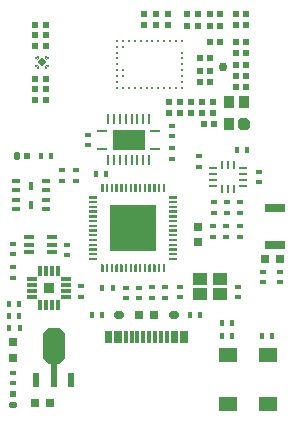
<source format=gtp>
G04*
G04 #@! TF.GenerationSoftware,Altium Limited,Altium Designer,20.1.14 (287)*
G04*
G04 Layer_Color=8421504*
%FSLAX25Y25*%
%MOIN*%
G70*
G04*
G04 #@! TF.SameCoordinates,C6E2488E-A08A-4CE9-B207-DE92606EBE29*
G04*
G04*
G04 #@! TF.FilePolarity,Positive*
G04*
G01*
G75*
%ADD24R,0.02362X0.04724*%
%ADD25R,0.02362X0.08268*%
G04:AMPARAMS|DCode=26|XSize=70.87mil|YSize=118.11mil|CornerRadius=0mil|HoleSize=0mil|Usage=FLASHONLY|Rotation=180.000|XOffset=0mil|YOffset=0mil|HoleType=Round|Shape=Octagon|*
%AMOCTAGOND26*
4,1,8,0.01772,-0.05906,-0.01772,-0.05906,-0.03543,-0.04134,-0.03543,0.04134,-0.01772,0.05906,0.01772,0.05906,0.03543,0.04134,0.03543,-0.04134,0.01772,-0.05906,0.0*
%
%ADD26OCTAGOND26*%

%ADD27R,0.03000X0.03000*%
%ADD28R,0.01575X0.01968*%
%ADD29R,0.02008X0.02362*%
%ADD30C,0.02953*%
%ADD31R,0.03350X0.01100*%
%ADD32R,0.01100X0.03350*%
%ADD33R,0.10630X0.06690*%
%ADD34R,0.01968X0.01575*%
%ADD35R,0.01968X0.02362*%
G04:AMPARAMS|DCode=36|XSize=19.68mil|YSize=23.62mil|CornerRadius=0mil|HoleSize=0mil|Usage=FLASHONLY|Rotation=0.000|XOffset=0mil|YOffset=0mil|HoleType=Round|Shape=Octagon|*
%AMOCTAGOND36*
4,1,8,-0.00492,0.01181,0.00492,0.01181,0.00984,0.00689,0.00984,-0.00689,0.00492,-0.01181,-0.00492,-0.01181,-0.00984,-0.00689,-0.00984,0.00689,-0.00492,0.01181,0.0*
%
%ADD36OCTAGOND36*%

%ADD37R,0.02362X0.01968*%
G04:AMPARAMS|DCode=38|XSize=19.68mil|YSize=23.62mil|CornerRadius=0mil|HoleSize=0mil|Usage=FLASHONLY|Rotation=90.000|XOffset=0mil|YOffset=0mil|HoleType=Round|Shape=Octagon|*
%AMOCTAGOND38*
4,1,8,-0.01181,-0.00492,-0.01181,0.00492,-0.00689,0.00984,0.00689,0.00984,0.01181,0.00492,0.01181,-0.00492,0.00689,-0.00984,-0.00689,-0.00984,-0.01181,-0.00492,0.0*
%
%ADD38OCTAGOND38*%

%ADD39R,0.01181X0.04488*%
%ADD40R,0.06535X0.03150*%
%ADD41R,0.03000X0.02500*%
%ADD42R,0.15748X0.15748*%
%ADD43R,0.00787X0.02618*%
%ADD44R,0.02618X0.00787*%
%ADD45R,0.02362X0.02008*%
G04:AMPARAMS|DCode=46|XSize=41.34mil|YSize=37.4mil|CornerRadius=0mil|HoleSize=0mil|Usage=FLASHONLY|Rotation=270.000|XOffset=0mil|YOffset=0mil|HoleType=Round|Shape=Octagon|*
%AMOCTAGOND46*
4,1,8,-0.00935,-0.02067,0.00935,-0.02067,0.01870,-0.01132,0.01870,0.01132,0.00935,0.02067,-0.00935,0.02067,-0.01870,0.01132,-0.01870,-0.01132,-0.00935,-0.02067,0.0*
%
%ADD46OCTAGOND46*%

%ADD47R,0.03740X0.04134*%
%ADD48R,0.03150X0.01575*%
%ADD49R,0.01378X0.03150*%
%ADD50R,0.02500X0.03000*%
%ADD51R,0.01102X0.02657*%
%ADD52R,0.02657X0.01102*%
%ADD53R,0.03700X0.03700*%
%ADD54R,0.01200X0.03200*%
%ADD55R,0.03200X0.01200*%
%ADD56R,0.00945X0.01024*%
%ADD57R,0.00394X0.00394*%
G04:AMPARAMS|DCode=58|XSize=3.94mil|YSize=9.25mil|CornerRadius=0mil|HoleSize=0mil|Usage=FLASHONLY|Rotation=225.000|XOffset=0mil|YOffset=0mil|HoleType=Round|Shape=Rectangle|*
%AMROTATEDRECTD58*
4,1,4,-0.00188,0.00466,0.00466,-0.00188,0.00188,-0.00466,-0.00466,0.00188,-0.00188,0.00466,0.0*
%
%ADD58ROTATEDRECTD58*%

%ADD59R,0.00433X0.01535*%
%ADD60R,0.01024X0.00945*%
%ADD61P,0.02895X4X270.0*%
G04:AMPARAMS|DCode=62|XSize=9.25mil|YSize=3.94mil|CornerRadius=0mil|HoleSize=0mil|Usage=FLASHONLY|Rotation=225.000|XOffset=0mil|YOffset=0mil|HoleType=Round|Shape=Rectangle|*
%AMROTATEDRECTD62*
4,1,4,0.00188,0.00466,0.00466,0.00188,-0.00188,-0.00466,-0.00466,-0.00188,0.00188,0.00466,0.0*
%
%ADD62ROTATEDRECTD62*%

%ADD63R,0.03000X0.03000*%
G04:AMPARAMS|DCode=64|XSize=31.5mil|YSize=27.56mil|CornerRadius=0mil|HoleSize=0mil|Usage=FLASHONLY|Rotation=0.000|XOffset=0mil|YOffset=0mil|HoleType=Round|Shape=Octagon|*
%AMOCTAGOND64*
4,1,8,0.01575,-0.00689,0.01575,0.00689,0.00886,0.01378,-0.00886,0.01378,-0.01575,0.00689,-0.01575,-0.00689,-0.00886,-0.01378,0.00886,-0.01378,0.01575,-0.00689,0.0*
%
%ADD64OCTAGOND64*%

%ADD65R,0.03150X0.02756*%
%ADD66R,0.04724X0.03937*%
%ADD67R,0.03347X0.01378*%
%ADD68R,0.05906X0.04500*%
%ADD69C,0.01083*%
G36*
X55630Y75607D02*
X54842D01*
Y78225D01*
X55630D01*
Y75607D01*
D02*
G37*
G36*
X54056D02*
X53268D01*
Y78225D01*
X54056D01*
Y75607D01*
D02*
G37*
G36*
X52481D02*
X51693D01*
Y78225D01*
X52481D01*
Y75607D01*
D02*
G37*
G36*
X50906D02*
X50118D01*
Y78225D01*
X50906D01*
Y75607D01*
D02*
G37*
G36*
X49331D02*
X48543D01*
Y78225D01*
X49331D01*
Y75607D01*
D02*
G37*
G36*
X47756D02*
X46968D01*
Y78225D01*
X47756D01*
Y75607D01*
D02*
G37*
G36*
X46182D02*
X45394D01*
Y78225D01*
X46182D01*
Y75607D01*
D02*
G37*
G36*
X44607D02*
X43819D01*
Y78225D01*
X44607D01*
Y75607D01*
D02*
G37*
G36*
X43032D02*
X42244D01*
Y78225D01*
X43032D01*
Y75607D01*
D02*
G37*
G36*
X41457D02*
X40669D01*
Y78225D01*
X41457D01*
Y75607D01*
D02*
G37*
G36*
X39882D02*
X39094D01*
Y78225D01*
X39882D01*
Y75607D01*
D02*
G37*
G36*
X38308D02*
X37520D01*
Y78225D01*
X38308D01*
Y75607D01*
D02*
G37*
G36*
X36733D02*
X35945D01*
Y78225D01*
X36733D01*
Y75607D01*
D02*
G37*
G36*
X35158D02*
X34370D01*
Y78225D01*
X35158D01*
Y75607D01*
D02*
G37*
G36*
X59725Y73342D02*
X57107D01*
Y74130D01*
X59725D01*
Y73342D01*
D02*
G37*
G36*
X32894D02*
X30276D01*
Y74130D01*
X32894D01*
Y73342D01*
D02*
G37*
G36*
Y71768D02*
X30276Y71768D01*
Y72556D01*
X32894D01*
Y71768D01*
D02*
G37*
G36*
X59725Y71768D02*
X57107Y71768D01*
Y72556D01*
X59725D01*
Y71768D01*
D02*
G37*
G36*
Y70193D02*
X57107D01*
Y70981D01*
X59725D01*
Y70193D01*
D02*
G37*
G36*
X32894D02*
X30276D01*
Y70981D01*
X32894Y70981D01*
Y70193D01*
D02*
G37*
G36*
X59725Y68618D02*
X57107Y68618D01*
Y69406D01*
X59725Y69406D01*
Y68618D01*
D02*
G37*
G36*
X32894Y69406D02*
Y68618D01*
X30276Y68618D01*
Y69406D01*
X32894Y69406D01*
D02*
G37*
G36*
X59725Y67043D02*
X57107D01*
Y67831D01*
X59725D01*
Y67043D01*
D02*
G37*
G36*
X32894D02*
X30276D01*
Y67831D01*
X32894D01*
Y67043D01*
D02*
G37*
G36*
X59725Y66256D02*
Y65468D01*
X57107Y65468D01*
Y66256D01*
X59725Y66256D01*
D02*
G37*
G36*
X32894Y65468D02*
X30276Y65468D01*
Y66256D01*
X32894Y66256D01*
Y65468D01*
D02*
G37*
G36*
X59725Y63894D02*
X57107D01*
Y64682D01*
X59725D01*
Y63894D01*
D02*
G37*
G36*
X32894D02*
X30276D01*
Y64682D01*
X32894D01*
Y63894D01*
D02*
G37*
G36*
X59725Y63107D02*
X59725Y62319D01*
X57107D01*
Y63107D01*
X59725Y63107D01*
D02*
G37*
G36*
X32894Y62319D02*
X30276Y62319D01*
X30276Y63107D01*
X32894Y63107D01*
Y62319D01*
D02*
G37*
G36*
X59725Y60744D02*
X57107Y60744D01*
Y61532D01*
X59725D01*
Y60744D01*
D02*
G37*
G36*
X32894Y60744D02*
X30276Y60744D01*
Y61532D01*
X32894D01*
Y60744D01*
D02*
G37*
G36*
X59725Y59957D02*
Y59169D01*
X57107D01*
Y59957D01*
X59725Y59957D01*
D02*
G37*
G36*
X32894Y59169D02*
X30276D01*
Y59957D01*
X32894Y59957D01*
Y59169D01*
D02*
G37*
G36*
X59725Y57594D02*
X57107D01*
Y58382D01*
X59725Y58382D01*
X59725Y57594D01*
D02*
G37*
G36*
X32894Y58382D02*
Y57594D01*
X30276Y57594D01*
X30276Y58382D01*
X32894Y58382D01*
D02*
G37*
G36*
X51299Y57201D02*
X38701D01*
Y69799D01*
X51299D01*
Y57201D01*
D02*
G37*
G36*
X59725Y56020D02*
X57107D01*
Y56808D01*
X59725D01*
X59725Y56020D01*
D02*
G37*
G36*
X32894Y56808D02*
Y56020D01*
X30276Y56020D01*
X30276Y56808D01*
X32894Y56808D01*
D02*
G37*
G36*
X59725Y54445D02*
X57107D01*
Y55233D01*
X59725D01*
X59725Y54445D01*
D02*
G37*
G36*
X32894Y55233D02*
Y54445D01*
X30276D01*
X30276Y55233D01*
X32894Y55233D01*
D02*
G37*
G36*
X59725Y52870D02*
X57107D01*
Y53658D01*
X59725D01*
Y52870D01*
D02*
G37*
G36*
X32894D02*
X30276D01*
Y53658D01*
X32894D01*
Y52870D01*
D02*
G37*
G36*
X54056Y48776D02*
X53268D01*
Y51394D01*
X54056D01*
Y48776D01*
D02*
G37*
G36*
X36733D02*
X35945D01*
Y51394D01*
X36733D01*
Y48776D01*
D02*
G37*
G36*
X55630Y48776D02*
X54842Y48776D01*
Y51394D01*
X55630Y51394D01*
Y48776D01*
D02*
G37*
G36*
X50906Y48776D02*
X50118Y48776D01*
X50118Y51394D01*
X50906Y51394D01*
Y48776D01*
D02*
G37*
G36*
X49331D02*
X48543Y48776D01*
Y51394D01*
X49331Y51394D01*
X49331Y48776D01*
D02*
G37*
G36*
X44607Y51394D02*
X44607Y48776D01*
X43819Y48776D01*
X43819Y51394D01*
X44607Y51394D01*
D02*
G37*
G36*
X43032Y48776D02*
X42244D01*
Y51394D01*
X43032D01*
Y48776D01*
D02*
G37*
G36*
X39882Y51394D02*
Y48776D01*
X39094Y48776D01*
X39094Y51394D01*
X39882Y51394D01*
D02*
G37*
G36*
X38308Y51394D02*
X38308Y48776D01*
X37520Y48776D01*
Y51394D01*
X38308Y51394D01*
D02*
G37*
G36*
X35158Y48776D02*
X34370Y48776D01*
Y51394D01*
X35158Y51394D01*
Y48776D01*
D02*
G37*
G36*
X52481D02*
X51693Y48776D01*
Y51394D01*
X52481Y51394D01*
Y48776D01*
D02*
G37*
G36*
X47756D02*
X46968Y48776D01*
Y51394D01*
X47756Y51394D01*
Y48776D01*
D02*
G37*
G36*
X46182Y51394D02*
Y48776D01*
X45394Y48776D01*
Y51394D01*
X46182Y51394D01*
D02*
G37*
G36*
X41457D02*
Y48776D01*
X40669Y48776D01*
Y51394D01*
X41457Y51394D01*
D02*
G37*
D24*
X12595Y12807D02*
D03*
X24406D02*
D03*
D25*
X18500Y14500D02*
D03*
D26*
Y24300D02*
D03*
D27*
X5000Y25418D02*
D03*
Y20300D02*
D03*
D28*
X3728Y30100D02*
D03*
X7271Y30100D02*
D03*
X91347Y27500D02*
D03*
X88000D02*
D03*
X77846Y32000D02*
D03*
X74500D02*
D03*
X78043Y27500D02*
D03*
X74500Y27500D02*
D03*
X32457Y81500D02*
D03*
X36000Y81500D02*
D03*
X34728Y43500D02*
D03*
X38271Y43500D02*
D03*
X34500Y34500D02*
D03*
X31154Y34500D02*
D03*
X67347Y34500D02*
D03*
X64000Y34500D02*
D03*
X14154Y87500D02*
D03*
X17500Y87500D02*
D03*
X7075Y38400D02*
D03*
X3729Y38400D02*
D03*
X7075Y34250D02*
D03*
X3729D02*
D03*
X83043Y89500D02*
D03*
X79500Y89500D02*
D03*
D29*
X82772Y121850D02*
D03*
X79228D02*
D03*
X15972Y127800D02*
D03*
X12428D02*
D03*
X15972Y124300D02*
D03*
X12428Y124300D02*
D03*
X72000Y98400D02*
D03*
X68457D02*
D03*
X79228Y125633D02*
D03*
X82772D02*
D03*
Y135000D02*
D03*
X79228D02*
D03*
X74043Y135000D02*
D03*
X70500D02*
D03*
X63000D02*
D03*
X66543D02*
D03*
X70772Y115850D02*
D03*
X67228D02*
D03*
X82772Y118067D02*
D03*
X79228D02*
D03*
X82772Y110500D02*
D03*
X79228D02*
D03*
X12402Y131327D02*
D03*
X15945D02*
D03*
X12402Y113327D02*
D03*
X15945Y113327D02*
D03*
X12402Y109827D02*
D03*
X15945D02*
D03*
X12402Y106327D02*
D03*
X15945Y106327D02*
D03*
X82772Y114283D02*
D03*
X79228D02*
D03*
X82772Y131167D02*
D03*
X79228D02*
D03*
X63000Y131000D02*
D03*
X66543D02*
D03*
X67228Y112100D02*
D03*
X70772D02*
D03*
X74043Y125633D02*
D03*
X70500D02*
D03*
X67228Y120400D02*
D03*
X70772D02*
D03*
X70500Y131000D02*
D03*
X74043D02*
D03*
D30*
X74902Y117327D02*
D03*
D31*
X52360Y95950D02*
D03*
X34640D02*
D03*
Y90040D02*
D03*
X52360D02*
D03*
D32*
X50380Y99880D02*
D03*
X48410D02*
D03*
X46450D02*
D03*
X44480D02*
D03*
X42510D02*
D03*
X40540D02*
D03*
X38570D02*
D03*
X36600D02*
D03*
Y86100D02*
D03*
X38570D02*
D03*
X40550Y86110D02*
D03*
X42520D02*
D03*
X44480D02*
D03*
X46450D02*
D03*
X48420D02*
D03*
X50390D02*
D03*
D33*
X43500Y93000D02*
D03*
D34*
X58000Y97671D02*
D03*
X58000Y94128D02*
D03*
X5000Y15271D02*
D03*
X5000Y11925D02*
D03*
X94000Y49000D02*
D03*
X94000Y45457D02*
D03*
X88400Y49000D02*
D03*
X88400Y45457D02*
D03*
X42500Y43575D02*
D03*
X42500Y40229D02*
D03*
X46833Y43575D02*
D03*
Y40229D02*
D03*
X71500Y60728D02*
D03*
X71500Y64271D02*
D03*
X76100Y60728D02*
D03*
X76100Y64271D02*
D03*
X80600Y60728D02*
D03*
X80600Y64271D02*
D03*
X51167Y40228D02*
D03*
X51167Y43771D02*
D03*
X55500Y40228D02*
D03*
X55500Y43771D02*
D03*
X80000Y40457D02*
D03*
X80000Y44000D02*
D03*
X60500Y40457D02*
D03*
X60500Y44000D02*
D03*
X23090Y54654D02*
D03*
Y58000D02*
D03*
X5091Y58147D02*
D03*
X5091Y54800D02*
D03*
X21229Y82872D02*
D03*
X21228Y79329D02*
D03*
X25872Y82872D02*
D03*
X25871Y79329D02*
D03*
X76250Y72075D02*
D03*
X76250Y68729D02*
D03*
X80500Y72075D02*
D03*
X80500Y68729D02*
D03*
X72000Y72075D02*
D03*
Y68729D02*
D03*
X5100Y50572D02*
D03*
X5100Y47029D02*
D03*
X27500Y44272D02*
D03*
X27500Y40729D02*
D03*
X87000Y78925D02*
D03*
Y82271D02*
D03*
X66800Y87443D02*
D03*
X66800Y83900D02*
D03*
X58000Y90272D02*
D03*
X58000Y86729D02*
D03*
X30000Y94575D02*
D03*
Y91229D02*
D03*
D35*
X9772Y87526D02*
D03*
D36*
X6229D02*
D03*
D37*
X5000Y8272D02*
D03*
D38*
Y4728D02*
D03*
D39*
X48394Y27213D02*
D03*
X46425D02*
D03*
X44457D02*
D03*
X42488D02*
D03*
X40520D02*
D03*
X39339D02*
D03*
X37370D02*
D03*
X36189D02*
D03*
X50362D02*
D03*
X52331D02*
D03*
X54299D02*
D03*
X56268D02*
D03*
X58236D02*
D03*
X59417D02*
D03*
X61386D02*
D03*
X62567D02*
D03*
D40*
X92400Y57898D02*
D03*
Y70103D02*
D03*
D41*
X88900Y53200D02*
D03*
X93900D02*
D03*
D42*
X45000Y63500D02*
D03*
D43*
X55236Y50085D02*
D03*
X53662D02*
D03*
X52087D02*
D03*
X50512D02*
D03*
X48937D02*
D03*
X47362D02*
D03*
X45788D02*
D03*
X44213D02*
D03*
X42638D02*
D03*
X41063D02*
D03*
X39488D02*
D03*
X37914D02*
D03*
X36339D02*
D03*
X34764D02*
D03*
X34764Y76916D02*
D03*
X36339Y76916D02*
D03*
X37914Y76916D02*
D03*
X39488Y76916D02*
D03*
X41063Y76916D02*
D03*
X42638D02*
D03*
X44213Y76916D02*
D03*
X45788D02*
D03*
X47362Y76916D02*
D03*
X48937Y76916D02*
D03*
X50512Y76916D02*
D03*
X52087D02*
D03*
X53662Y76916D02*
D03*
X55236Y76916D02*
D03*
D44*
X31585Y53264D02*
D03*
X31585Y54839D02*
D03*
Y56414D02*
D03*
Y57988D02*
D03*
Y59563D02*
D03*
Y61138D02*
D03*
Y62713D02*
D03*
Y64288D02*
D03*
Y65862D02*
D03*
Y67437D02*
D03*
Y69012D02*
D03*
Y70587D02*
D03*
Y72162D02*
D03*
X31585Y73736D02*
D03*
X58416D02*
D03*
X58416Y72162D02*
D03*
X58416Y70587D02*
D03*
X58416Y69012D02*
D03*
Y67437D02*
D03*
Y65862D02*
D03*
Y64288D02*
D03*
Y62713D02*
D03*
X58416Y61138D02*
D03*
X58416Y59563D02*
D03*
Y57988D02*
D03*
Y56414D02*
D03*
Y54839D02*
D03*
X58416Y53264D02*
D03*
D45*
X57000Y102028D02*
D03*
Y105572D02*
D03*
X60625Y102028D02*
D03*
Y105572D02*
D03*
X64250Y102028D02*
D03*
Y105572D02*
D03*
X67875Y102028D02*
D03*
Y105572D02*
D03*
X71500D02*
D03*
Y102028D02*
D03*
X56673Y131327D02*
D03*
Y134870D02*
D03*
X48673Y131327D02*
D03*
Y134870D02*
D03*
X52673Y131327D02*
D03*
Y134870D02*
D03*
D46*
X82000Y98300D02*
D03*
D47*
X77000D02*
D03*
X77000Y105584D02*
D03*
X82000Y105583D02*
D03*
D48*
X5881Y79224D02*
D03*
Y76075D02*
D03*
Y72925D02*
D03*
Y69776D02*
D03*
X16117D02*
D03*
Y72925D02*
D03*
Y76075D02*
D03*
Y79224D02*
D03*
D49*
X11000Y77658D02*
D03*
X11000Y71358D02*
D03*
D50*
X66500Y59000D02*
D03*
Y64000D02*
D03*
D51*
X78468Y76514D02*
D03*
X76500D02*
D03*
X74531D02*
D03*
Y84486D02*
D03*
X76500D02*
D03*
X78468D02*
D03*
D52*
X71531Y77547D02*
D03*
Y79516D02*
D03*
Y81484D02*
D03*
Y83453D02*
D03*
X81468D02*
D03*
Y81484D02*
D03*
Y79516D02*
D03*
Y77547D02*
D03*
D53*
X17000Y43500D02*
D03*
D54*
X14047Y49200D02*
D03*
X16016D02*
D03*
X17984D02*
D03*
X19953D02*
D03*
Y37800D02*
D03*
X17984Y37800D02*
D03*
X16016D02*
D03*
X14047Y37800D02*
D03*
D55*
X22700Y46453D02*
D03*
Y44484D02*
D03*
Y42516D02*
D03*
X22700Y40547D02*
D03*
X11300D02*
D03*
X11300Y42516D02*
D03*
Y44484D02*
D03*
Y46453D02*
D03*
D56*
X16506Y120106D02*
D03*
X12726D02*
D03*
Y117547D02*
D03*
X16506D02*
D03*
D57*
X16585Y120795D02*
D03*
X15955Y120283D02*
D03*
X13278Y117370D02*
D03*
Y120283D02*
D03*
X15955Y117370D02*
D03*
D58*
X15845Y120059D02*
D03*
X13388Y117595D02*
D03*
D59*
X16191Y120421D02*
D03*
X13041Y117232D02*
D03*
Y120421D02*
D03*
X16191Y117232D02*
D03*
D60*
X15896Y120717D02*
D03*
X13337Y116937D02*
D03*
Y120717D02*
D03*
X15896Y116937D02*
D03*
D61*
X14616Y118827D02*
D03*
D62*
X13388Y120059D02*
D03*
X15845Y117595D02*
D03*
D63*
X12182Y5100D02*
D03*
X17300D02*
D03*
D64*
X58693Y34500D02*
D03*
X40154D02*
D03*
D65*
X52000D02*
D03*
X46846D02*
D03*
D66*
X67154Y41441D02*
D03*
X73847D02*
D03*
Y46559D02*
D03*
X67154D02*
D03*
D67*
X17929Y60559D02*
D03*
Y58000D02*
D03*
Y55441D02*
D03*
X10252D02*
D03*
X10252Y58000D02*
D03*
X10252Y60559D02*
D03*
D68*
X76500Y4831D02*
D03*
Y21169D02*
D03*
X90043Y4831D02*
D03*
Y21169D02*
D03*
D69*
X39626Y110252D02*
D03*
Y112221D02*
D03*
Y114189D02*
D03*
Y116157D02*
D03*
X41594Y110252D02*
D03*
Y114189D02*
D03*
Y116157D02*
D03*
X43563Y110252D02*
D03*
X45531D02*
D03*
X51437D02*
D03*
X49468D02*
D03*
X47500D02*
D03*
X57342D02*
D03*
X55374D02*
D03*
X53405D02*
D03*
X61279D02*
D03*
X59311D02*
D03*
X61279Y112221D02*
D03*
Y114189D02*
D03*
Y116157D02*
D03*
Y118126D02*
D03*
X39626D02*
D03*
X61279Y120095D02*
D03*
X39626D02*
D03*
X61279Y122063D02*
D03*
X39626D02*
D03*
X41594Y124031D02*
D03*
X39626D02*
D03*
X61279Y126000D02*
D03*
X41594D02*
D03*
X39626D02*
D03*
X59311D02*
D03*
X53405D02*
D03*
X55374D02*
D03*
X57342D02*
D03*
X47500D02*
D03*
X49468D02*
D03*
X51437D02*
D03*
X45531D02*
D03*
X43563D02*
D03*
M02*

</source>
